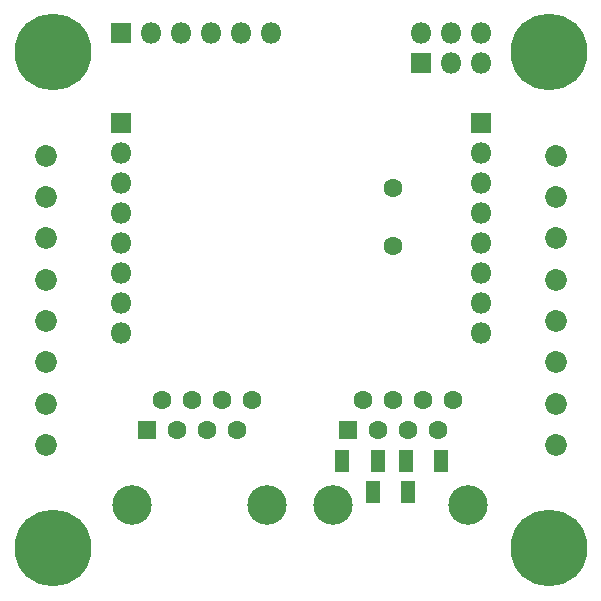
<source format=gbs>
G04 #@! TF.GenerationSoftware,KiCad,Pcbnew,5.1.4*
G04 #@! TF.CreationDate,2020-01-09T00:48:13+01:00*
G04 #@! TF.ProjectId,sejf,73656a66-2e6b-4696-9361-645f70636258,rev?*
G04 #@! TF.SameCoordinates,Original*
G04 #@! TF.FileFunction,Soldermask,Bot*
G04 #@! TF.FilePolarity,Negative*
%FSLAX46Y46*%
G04 Gerber Fmt 4.6, Leading zero omitted, Abs format (unit mm)*
G04 Created by KiCad (PCBNEW 5.1.4) date 2020-01-09 00:48:13*
%MOMM*%
%LPD*%
G04 APERTURE LIST*
%ADD10R,1.150000X1.850000*%
%ADD11O,1.800000X1.800000*%
%ADD12R,1.800000X1.800000*%
%ADD13C,1.850000*%
%ADD14C,1.600000*%
%ADD15R,1.600000X1.600000*%
%ADD16C,3.350000*%
%ADD17C,0.900000*%
%ADD18C,6.500000*%
G04 APERTURE END LIST*
D10*
X123900000Y-106600000D03*
X126900000Y-106600000D03*
X121100000Y-109200000D03*
X124100000Y-109200000D03*
X118500000Y-106600000D03*
X121500000Y-106600000D03*
D11*
X130240000Y-70380000D03*
X130240000Y-72920000D03*
X127700000Y-70380000D03*
X127700000Y-72920000D03*
X125160000Y-70380000D03*
D12*
X125160000Y-72920000D03*
D13*
X136600000Y-105250000D03*
X136600000Y-101750000D03*
X136600000Y-98250000D03*
X136600000Y-94750000D03*
X136600000Y-91250000D03*
X136600000Y-87750000D03*
X136600000Y-84250000D03*
X136600000Y-80750000D03*
X93400000Y-105250000D03*
X93400000Y-101750000D03*
X93400000Y-98250000D03*
X93400000Y-94750000D03*
X93400000Y-91250000D03*
X93400000Y-87750000D03*
X93400000Y-84250000D03*
X93400000Y-80750000D03*
D12*
X99760000Y-70380000D03*
D11*
X102300000Y-70380000D03*
X104840000Y-70380000D03*
X107380000Y-70380000D03*
X109920000Y-70380000D03*
X112460000Y-70380000D03*
D14*
X127890000Y-101460000D03*
X126620000Y-104000000D03*
X125350000Y-101460000D03*
X124080000Y-104000000D03*
X122810000Y-101460000D03*
X121540000Y-104000000D03*
X120270000Y-101460000D03*
D15*
X119000000Y-104000000D03*
D16*
X117730000Y-110350000D03*
X129160000Y-110350000D03*
X112165000Y-110350000D03*
X100735000Y-110350000D03*
D15*
X102005000Y-104000000D03*
D14*
X103275000Y-101460000D03*
X104545000Y-104000000D03*
X105815000Y-101460000D03*
X107085000Y-104000000D03*
X108355000Y-101460000D03*
X109625000Y-104000000D03*
X110895000Y-101460000D03*
D11*
X130240000Y-95780000D03*
X130240000Y-93240000D03*
X130240000Y-90700000D03*
X130240000Y-88160000D03*
X130240000Y-85620000D03*
X130240000Y-83080000D03*
X130240000Y-80540000D03*
D12*
X130240000Y-78000000D03*
X99760000Y-78000000D03*
D11*
X99760000Y-80540000D03*
X99760000Y-83080000D03*
X99760000Y-85620000D03*
X99760000Y-88160000D03*
X99760000Y-90700000D03*
X99760000Y-93240000D03*
X99760000Y-95780000D03*
D17*
X137697056Y-112302944D03*
X136000000Y-111600000D03*
X134302944Y-112302944D03*
X133600000Y-114000000D03*
X134302944Y-115697056D03*
X136000000Y-116400000D03*
X137697056Y-115697056D03*
X138400000Y-114000000D03*
D18*
X136000000Y-114000000D03*
X136000000Y-72000000D03*
D17*
X138400000Y-72000000D03*
X137697056Y-73697056D03*
X136000000Y-74400000D03*
X134302944Y-73697056D03*
X133600000Y-72000000D03*
X134302944Y-70302944D03*
X136000000Y-69600000D03*
X137697056Y-70302944D03*
X95697056Y-112302944D03*
X94000000Y-111600000D03*
X92302944Y-112302944D03*
X91600000Y-114000000D03*
X92302944Y-115697056D03*
X94000000Y-116400000D03*
X95697056Y-115697056D03*
X96400000Y-114000000D03*
D18*
X94000000Y-114000000D03*
X94000000Y-72000000D03*
D17*
X96400000Y-72000000D03*
X95697056Y-73697056D03*
X94000000Y-74400000D03*
X92302944Y-73697056D03*
X91600000Y-72000000D03*
X92302944Y-70302944D03*
X94000000Y-69600000D03*
X95697056Y-70302944D03*
D14*
X122800000Y-88400000D03*
X122800000Y-83520000D03*
M02*

</source>
